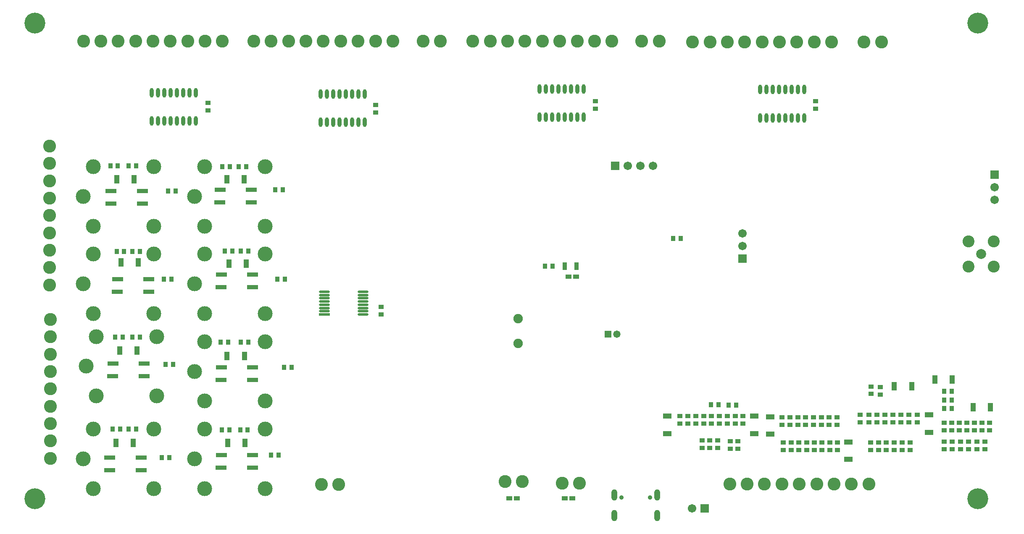
<source format=gbs>
G04*
G04 #@! TF.GenerationSoftware,Altium Limited,Altium Designer,23.10.1 (27)*
G04*
G04 Layer_Color=16711935*
%FSLAX25Y25*%
%MOIN*%
G70*
G04*
G04 #@! TF.SameCoordinates,BE4D4FF9-9B6F-45BD-9266-944CD61FC198*
G04*
G04*
G04 #@! TF.FilePolarity,Negative*
G04*
G01*
G75*
%ADD92R,0.03556X0.04147*%
%ADD93R,0.04147X0.03556*%
%ADD94R,0.04800X0.03800*%
%ADD99O,0.04737X0.09068*%
%ADD100C,0.03438*%
%ADD101C,0.11800*%
%ADD102C,0.07887*%
%ADD103C,0.09461*%
%ADD104C,0.06706*%
%ADD105R,0.06706X0.06706*%
%ADD106R,0.06706X0.06706*%
%ADD107C,0.10249*%
%ADD108C,0.07480*%
%ADD109C,0.05800*%
%ADD110R,0.05800X0.05800*%
%ADD111C,0.16548*%
%ADD143O,0.08674X0.02060*%
%ADD144R,0.08674X0.02060*%
%ADD145R,0.08800X0.03800*%
%ADD146O,0.03005X0.07670*%
%ADD147R,0.04343X0.06706*%
%ADD148R,0.03359X0.06115*%
%ADD149R,0.06706X0.04343*%
D92*
X526094Y226500D02*
D03*
X532000D02*
D03*
X747000Y105000D02*
D03*
X741094D02*
D03*
X174406Y283500D02*
D03*
X168500D02*
D03*
X173000Y144000D02*
D03*
X167095D02*
D03*
X85500Y284000D02*
D03*
X79594D02*
D03*
X89406Y148000D02*
D03*
X83500D02*
D03*
X176406Y216500D02*
D03*
X170500D02*
D03*
X87406Y75000D02*
D03*
X81500D02*
D03*
X90500Y216000D02*
D03*
X84595D02*
D03*
X174000Y74500D02*
D03*
X168095D02*
D03*
X430406Y204500D02*
D03*
X424500D02*
D03*
X556000Y94500D02*
D03*
X561905D02*
D03*
X576000Y94000D02*
D03*
X570094D02*
D03*
X741094Y91500D02*
D03*
X747000D02*
D03*
Y98000D02*
D03*
X741094D02*
D03*
X187406Y283500D02*
D03*
X181500D02*
D03*
X189000Y144000D02*
D03*
X183095D02*
D03*
X216406Y265000D02*
D03*
X210500D02*
D03*
X223406Y124000D02*
D03*
X217500D02*
D03*
X99906Y284000D02*
D03*
X94000D02*
D03*
X102905Y148000D02*
D03*
X97000D02*
D03*
X131405Y264000D02*
D03*
X125500D02*
D03*
X129405Y126500D02*
D03*
X123500D02*
D03*
X189000Y216500D02*
D03*
X183095D02*
D03*
X99906Y75000D02*
D03*
X94000D02*
D03*
X218000Y194000D02*
D03*
X212094D02*
D03*
X126406Y52500D02*
D03*
X120500D02*
D03*
X102905Y216047D02*
D03*
X97000D02*
D03*
X188500Y74500D02*
D03*
X182595D02*
D03*
X128000Y194000D02*
D03*
X122095D02*
D03*
X212906Y54500D02*
D03*
X207000D02*
D03*
D93*
X682572Y58595D02*
D03*
Y64500D02*
D03*
X719571Y80500D02*
D03*
Y86405D02*
D03*
X694143Y80500D02*
D03*
Y86405D02*
D03*
X690500Y108500D02*
D03*
Y102594D02*
D03*
X555000Y60094D02*
D03*
Y66000D02*
D03*
X581500Y79500D02*
D03*
Y85405D02*
D03*
X741000Y65000D02*
D03*
Y59095D02*
D03*
X777000Y74094D02*
D03*
Y80000D02*
D03*
X569000Y79500D02*
D03*
Y85405D02*
D03*
X531500Y79500D02*
D03*
Y85405D02*
D03*
X759000Y74094D02*
D03*
Y80000D02*
D03*
X613500Y58595D02*
D03*
Y64500D02*
D03*
X656500Y58595D02*
D03*
Y64500D02*
D03*
X656000Y78594D02*
D03*
Y84500D02*
D03*
X612500Y78594D02*
D03*
Y84500D02*
D03*
X294500Y172000D02*
D03*
Y166095D02*
D03*
X157000Y328095D02*
D03*
Y334000D02*
D03*
X290000Y326594D02*
D03*
Y332500D02*
D03*
X464500Y329594D02*
D03*
Y335500D02*
D03*
X639000Y329594D02*
D03*
Y335500D02*
D03*
X714072Y58595D02*
D03*
Y64500D02*
D03*
X707572D02*
D03*
Y58595D02*
D03*
X713214Y86405D02*
D03*
Y80500D02*
D03*
X701500Y64406D02*
D03*
Y58500D02*
D03*
X695072D02*
D03*
Y64406D02*
D03*
X689072Y58500D02*
D03*
Y64406D02*
D03*
X681429Y86405D02*
D03*
Y80500D02*
D03*
X674500Y80594D02*
D03*
Y86500D02*
D03*
X683000Y103000D02*
D03*
Y108905D02*
D03*
X706857Y86405D02*
D03*
Y80500D02*
D03*
X577500Y59595D02*
D03*
Y65500D02*
D03*
X700500Y80500D02*
D03*
Y86405D02*
D03*
X687786Y80500D02*
D03*
Y86405D02*
D03*
X571500Y65500D02*
D03*
Y59595D02*
D03*
X575250Y85405D02*
D03*
Y79500D02*
D03*
X549000Y66000D02*
D03*
Y60094D02*
D03*
X562750Y85405D02*
D03*
Y79500D02*
D03*
X561500Y60094D02*
D03*
Y66000D02*
D03*
X773500Y59095D02*
D03*
Y65000D02*
D03*
X767000Y65000D02*
D03*
Y59095D02*
D03*
X771000Y80000D02*
D03*
Y74094D02*
D03*
X754000Y65000D02*
D03*
Y59095D02*
D03*
X544000Y79500D02*
D03*
Y85405D02*
D03*
X760500Y59095D02*
D03*
Y65000D02*
D03*
X747500Y59095D02*
D03*
Y65000D02*
D03*
X550250Y85405D02*
D03*
Y79500D02*
D03*
X537750Y85405D02*
D03*
Y79500D02*
D03*
X556500Y79500D02*
D03*
Y85405D02*
D03*
X741000Y80000D02*
D03*
Y74094D02*
D03*
X753000Y80000D02*
D03*
Y74094D02*
D03*
X644214Y58595D02*
D03*
Y64500D02*
D03*
X747000Y74094D02*
D03*
Y80000D02*
D03*
X765000Y74094D02*
D03*
Y80000D02*
D03*
X638071Y64500D02*
D03*
Y58595D02*
D03*
X650357Y64500D02*
D03*
Y58595D02*
D03*
X631929Y64500D02*
D03*
Y58595D02*
D03*
X625786Y58595D02*
D03*
Y64500D02*
D03*
X619643Y58595D02*
D03*
Y64500D02*
D03*
X624929Y78594D02*
D03*
Y84500D02*
D03*
X643571Y84500D02*
D03*
Y78594D02*
D03*
X618714Y84500D02*
D03*
Y78594D02*
D03*
X631143Y84500D02*
D03*
Y78594D02*
D03*
X637357Y78594D02*
D03*
Y84500D02*
D03*
X649786Y78594D02*
D03*
Y84500D02*
D03*
D94*
X449000Y196000D02*
D03*
X442902D02*
D03*
X439902Y20000D02*
D03*
X446098D02*
D03*
X395902D02*
D03*
X402098D02*
D03*
D99*
X479492Y6462D02*
D03*
Y22800D02*
D03*
X513508Y6462D02*
D03*
Y22800D02*
D03*
D100*
X507878Y20832D02*
D03*
X485122D02*
D03*
D101*
X114032Y283498D02*
D03*
X66000Y283500D02*
D03*
X58126Y259878D02*
D03*
X114032Y236258D02*
D03*
X66000Y236256D02*
D03*
X202453Y144579D02*
D03*
X154421Y144581D02*
D03*
X146547Y120959D02*
D03*
X202453Y97339D02*
D03*
X154421Y97337D02*
D03*
X202453Y75120D02*
D03*
X154421Y75122D02*
D03*
X146547Y51500D02*
D03*
X202453Y27880D02*
D03*
X154421Y27878D02*
D03*
X202453Y214039D02*
D03*
X154421Y214041D02*
D03*
X146547Y190419D02*
D03*
X202453Y166799D02*
D03*
X154421Y166797D02*
D03*
X68421Y101378D02*
D03*
X116453Y101380D02*
D03*
X60547Y125000D02*
D03*
X68421Y148622D02*
D03*
X116453Y148620D02*
D03*
X202453Y283498D02*
D03*
X154421Y283500D02*
D03*
X146547Y259878D02*
D03*
X202453Y236258D02*
D03*
X154421Y236256D02*
D03*
X114032Y75120D02*
D03*
X66000Y75122D02*
D03*
X58126Y51500D02*
D03*
X114032Y27880D02*
D03*
X66000Y27878D02*
D03*
Y166797D02*
D03*
X114032Y166799D02*
D03*
X58126Y190419D02*
D03*
X66000Y214041D02*
D03*
X114032Y214039D02*
D03*
D102*
X770500Y214000D02*
D03*
D103*
X760500Y224000D02*
D03*
Y204000D02*
D03*
X780500Y224000D02*
D03*
Y204000D02*
D03*
D104*
X490000Y284000D02*
D03*
X510000D02*
D03*
X500000D02*
D03*
X581000Y220500D02*
D03*
Y230500D02*
D03*
X541000Y12000D02*
D03*
X781000Y257000D02*
D03*
Y267000D02*
D03*
D105*
X480000Y284000D02*
D03*
X551000Y12000D02*
D03*
D106*
X581000Y210500D02*
D03*
X781000Y277000D02*
D03*
D107*
X406390Y33500D02*
D03*
X392611D02*
D03*
X303677Y383000D02*
D03*
X289898D02*
D03*
X276118D02*
D03*
X262339D02*
D03*
X248559D02*
D03*
X234780D02*
D03*
X221000D02*
D03*
X207221D02*
D03*
X193441D02*
D03*
X667456Y31500D02*
D03*
X653678D02*
D03*
X639897D02*
D03*
X626119D02*
D03*
X612338D02*
D03*
X598560D02*
D03*
X584780D02*
D03*
X571000D02*
D03*
X681237D02*
D03*
X32000Y51882D02*
D03*
Y65662D02*
D03*
Y79441D02*
D03*
Y93221D02*
D03*
Y107000D02*
D03*
Y120780D02*
D03*
Y134559D02*
D03*
Y148339D02*
D03*
Y162118D02*
D03*
X31500Y189602D02*
D03*
Y203382D02*
D03*
Y217161D02*
D03*
Y230941D02*
D03*
Y244720D02*
D03*
Y258500D02*
D03*
Y272279D02*
D03*
Y286059D02*
D03*
Y299838D02*
D03*
X541500Y382500D02*
D03*
X651736D02*
D03*
X637957D02*
D03*
X624177D02*
D03*
X610398D02*
D03*
X596618D02*
D03*
X582839D02*
D03*
X569059D02*
D03*
X555280D02*
D03*
X477456Y383000D02*
D03*
X463677D02*
D03*
X449897D02*
D03*
X436118D02*
D03*
X422338D02*
D03*
X408559D02*
D03*
X394779D02*
D03*
X381000D02*
D03*
X367220D02*
D03*
X691279Y382500D02*
D03*
X677500D02*
D03*
X58323Y383000D02*
D03*
X72102D02*
D03*
X85882D02*
D03*
X99661D02*
D03*
X113441D02*
D03*
X127220D02*
D03*
X140999D02*
D03*
X154780D02*
D03*
X168559D02*
D03*
X327610D02*
D03*
X341389D02*
D03*
X501221D02*
D03*
X514999D02*
D03*
X260780Y31000D02*
D03*
X247001D02*
D03*
X451890Y32000D02*
D03*
X438110D02*
D03*
D108*
X403000Y162843D02*
D03*
Y143157D02*
D03*
D109*
X481500Y150500D02*
D03*
D110*
X474500D02*
D03*
D111*
X767717Y397638D02*
D03*
Y19685D02*
D03*
X19685D02*
D03*
Y397638D02*
D03*
D143*
X249300Y184113D02*
D03*
X280009Y173877D02*
D03*
Y181554D02*
D03*
Y166200D02*
D03*
Y171318D02*
D03*
X249300Y168759D02*
D03*
Y171318D02*
D03*
Y173877D02*
D03*
Y176436D02*
D03*
Y178995D02*
D03*
Y181554D02*
D03*
X280009Y168759D02*
D03*
Y176436D02*
D03*
Y178995D02*
D03*
Y184113D02*
D03*
D144*
X249300Y166200D02*
D03*
D145*
X167500Y44500D02*
D03*
X167600Y54500D02*
D03*
X192500Y44500D02*
D03*
Y54500D02*
D03*
X166500Y255000D02*
D03*
X166600Y265000D02*
D03*
X191500Y255000D02*
D03*
Y265000D02*
D03*
X167500Y114000D02*
D03*
X167600Y124000D02*
D03*
X192500Y114000D02*
D03*
Y124000D02*
D03*
X80000Y254000D02*
D03*
X80100Y264000D02*
D03*
X105000Y254000D02*
D03*
Y264000D02*
D03*
X81500Y117000D02*
D03*
X81600Y127000D02*
D03*
X106500Y117000D02*
D03*
Y127000D02*
D03*
X167500Y187800D02*
D03*
X167600Y197800D02*
D03*
X192500Y187800D02*
D03*
Y197800D02*
D03*
X79000Y42500D02*
D03*
X79100Y52500D02*
D03*
X104000Y42500D02*
D03*
Y52500D02*
D03*
X85210Y184000D02*
D03*
X85309Y194000D02*
D03*
X110209Y184000D02*
D03*
Y194000D02*
D03*
D146*
X281500Y318691D02*
D03*
X276500D02*
D03*
X271500D02*
D03*
X266500D02*
D03*
X261500D02*
D03*
X256500D02*
D03*
X251500D02*
D03*
X246500D02*
D03*
X281500Y341309D02*
D03*
X276500D02*
D03*
X271500D02*
D03*
X266500D02*
D03*
X261500D02*
D03*
X256500D02*
D03*
X251500D02*
D03*
X246500D02*
D03*
X630000Y322191D02*
D03*
X625000D02*
D03*
X620000D02*
D03*
X615000D02*
D03*
X610000D02*
D03*
X605000D02*
D03*
X600000D02*
D03*
X595000D02*
D03*
X630000Y344809D02*
D03*
X625000D02*
D03*
X620000D02*
D03*
X615000D02*
D03*
X610000D02*
D03*
X605000D02*
D03*
X600000D02*
D03*
X595000D02*
D03*
X455000Y322691D02*
D03*
X450000D02*
D03*
X445000D02*
D03*
X440000D02*
D03*
X435000D02*
D03*
X430000D02*
D03*
X425000D02*
D03*
X420000D02*
D03*
X455000Y345309D02*
D03*
X450000D02*
D03*
X445000D02*
D03*
X440000D02*
D03*
X435000D02*
D03*
X430000D02*
D03*
X425000D02*
D03*
X420000D02*
D03*
X147500Y319691D02*
D03*
X142500D02*
D03*
X137500D02*
D03*
X132500D02*
D03*
X127500D02*
D03*
X122500D02*
D03*
X117500D02*
D03*
X112500D02*
D03*
X147500Y342309D02*
D03*
X142500D02*
D03*
X137500D02*
D03*
X132500D02*
D03*
X127500D02*
D03*
X122500D02*
D03*
X117500D02*
D03*
X112500D02*
D03*
D147*
X186390Y64000D02*
D03*
X172610D02*
D03*
X701500Y109000D02*
D03*
X715279D02*
D03*
X764110Y92500D02*
D03*
X777890D02*
D03*
X733720Y114500D02*
D03*
X747500D02*
D03*
X185890Y273500D02*
D03*
X172110D02*
D03*
X186000Y133000D02*
D03*
X172221D02*
D03*
X98390Y273500D02*
D03*
X84610D02*
D03*
X100890Y137500D02*
D03*
X87110D02*
D03*
X187390Y206500D02*
D03*
X173610D02*
D03*
X97890Y64000D02*
D03*
X84110D02*
D03*
X101779Y207500D02*
D03*
X88000D02*
D03*
D148*
X440000Y204500D02*
D03*
X449449D02*
D03*
D149*
X729072Y72610D02*
D03*
Y86390D02*
D03*
X590500Y71610D02*
D03*
Y85390D02*
D03*
X521500Y71610D02*
D03*
Y85390D02*
D03*
X665000Y51110D02*
D03*
Y64890D02*
D03*
X603000Y71110D02*
D03*
Y84890D02*
D03*
M02*

</source>
